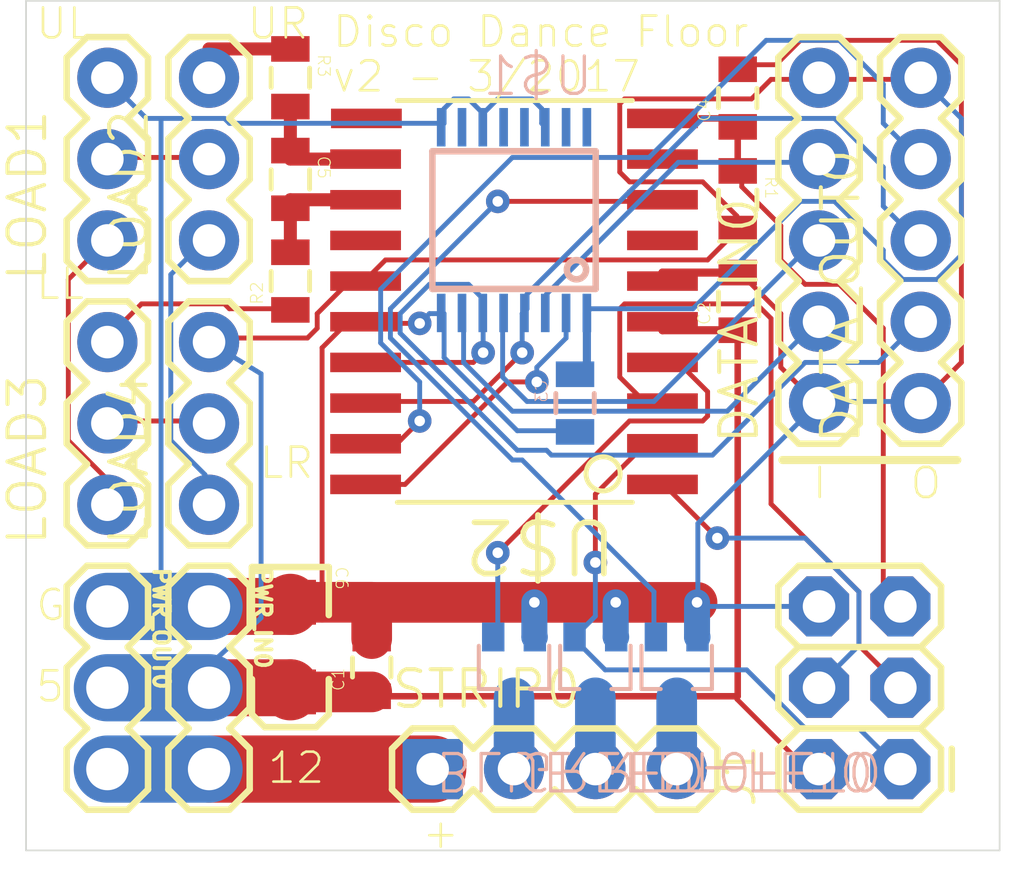
<source format=kicad_pcb>
(kicad_pcb (version 20241229) (generator "pcbnew") (generator_version "9.0")
  (layers (0 "F.Cu" signal) (2 "B.Cu" signal) (13 "F.Paste" user) (15 "B.Paste" user) (5 "F.SilkS" user "F.Silkscreen") (7 "B.SilkS" user "B.Silkscreen") (1 "F.Mask" user) (3 "B.Mask" user) (25 "Edge.Cuts" user))
  (net 0 "")
  (net 1 "R-SINK")
  (net 2 "GND")
  (net 3 "V5")
  (net 4 "N$4")
  (net 5 "N$5")
  (net 6 "N$6")
  (net 7 "V12")
  (net 8 "G-SINK")
  (net 9 "B-SINK")
  (net 10 "MOSI")
  (net 11 "SCK")
  (net 12 "CS")
  (net 13 "MOSI_BUF")
  (net 14 "SCK_BUF")
  (net 15 "CS_BUF")
  (net 16 "MISO")
  (net 17 "N$2")
  (net 18 "N$3")
  (net 19 "N$7")
  (net 20 "N$8")
  (net 21 "_1")
  (net 22 "_2")
  (net 23 "A-")
  (net 24 "A+")
  (net 25 "PRG_MOSI")
  (net 26 "PRG_SCK")
  (net 27 "RESET")
  (footprint "0805" (layer "F.Cu") (at 155.5241 97.9501 -90)
    (property "Reference" "R1" (at -0.762 -0.8255 270) (layer "F.SilkS") (effects (font (size 0.373888 0.373888) (thickness 0.032512)) (justify left bottom)))
    (property "Value" "4K7")
    (pad "1" smd rect (at -0.9 0 270) (size 0.8 1.2) (layers "F.Cu" "F.Mask" "F.Paste") (net 27 "RESET"))
    (pad "2" smd rect (at 0.9 0 270) (size 0.8 1.2) (layers "F.Cu" "F.Mask" "F.Paste") (net 3 "V5"))
  )
  (footprint "EIA3216" (layer "F.Cu") (at 141.5541 111.9201 -90)
    (property "Reference" "C6" (at -2.54 -1.381 270) (layer "F.SilkS") (effects (font (size 0.373888 0.373888) (thickness 0.032512)) (justify left bottom)))
    (property "Value" "10u")
    (pad "A" smd rect (at 1.4 0) (size 1.6 1.4) (layers "F.Cu" "F.Mask" "F.Paste") (net 3 "V5"))
    (pad "C" smd rect (at -1.4 0) (size 1.6 1.4) (layers "F.Cu" "F.Mask" "F.Paste") (net 2 "GND"))
  )
  (footprint "0805" (layer "F.Cu") (at 141.5541 100.4901 90)
    (property "Reference" "R2" (at -0.762 -0.8255 90) (layer "F.SilkS") (effects (font (size 0.373888 0.373888) (thickness 0.032512)) (justify left bottom)))
    (property "Value" "100")
    (pad "1" smd rect (at -0.9 0 90) (size 0.8 1.2) (layers "F.Cu" "F.Mask" "F.Paste") (net 22 "_2"))
    (pad "2" smd rect (at 0.9 0 90) (size 0.8 1.2) (layers "F.Cu" "F.Mask" "F.Paste") (net 24 "A+"))
  )
  (footprint "1X03" (layer "F.Cu") (at 139.0141 99.2201 90)
    (property "Reference" "LOAD2" (at -1.3462 -1.8288 90) (layer "F.SilkS") (effects (font (size 1.143 1.143) (thickness 0.127)) (justify left bottom)))
    (property "Value" "UR")
    (pad "1" thru_hole circle (at 0 0 180) (size 1.8796 1.8796) (drill 1.016) (layers "*.Cu" "*.Mask") (net 18 "N$3"))
    (pad "2" thru_hole circle (at 2.54 0 180) (size 1.8796 1.8796) (drill 1.016) (layers "*.Cu" "*.Mask") (net 19 "N$7"))
    (pad "3" thru_hole circle (at 5.08 0 180) (size 1.8796 1.8796) (drill 1.016) (layers "*.Cu" "*.Mask") (net 21 "_1"))
  )
  (footprint "0805" (layer "F.Cu") (at 141.5541 97.3151 -90)
    (property "Reference" "C5" (at -0.762 -0.8255 270) (layer "F.SilkS") (effects (font (size 0.373888 0.373888) (thickness 0.032512)) (justify left bottom)))
    (property "Value" ".1u")
    (pad "1" smd rect (at -0.9 0 270) (size 0.8 1.2) (layers "F.Cu" "F.Mask" "F.Paste") (net 23 "A-"))
    (pad "2" smd rect (at 0.9 0 270) (size 0.8 1.2) (layers "F.Cu" "F.Mask" "F.Paste") (net 24 "A+"))
  )
  (footprint "2X3" (layer "F.Cu") (at 160.6041 115.7301 90)
    (property "Reference" "J1" (at -1.27 -4.445 90) (layer "F.SilkS") (effects (font (size 1.143 1.143) (thickness 0.127)) (justify left bottom)))
    (property "Value" "AVR_SPI_PRG_6PTH")
    (pad "1" thru_hole roundrect (at 0 0 90) (size 1.8796 1.8796) (drill 1.016) (layers "*.Cu" "*.Mask") (chamfer_ratio 0.2928932188) (chamfer top_left top_right bottom_left bottom_right) (net 8 "G-SINK"))
    (pad "2" thru_hole roundrect (at 0 -2.54 90) (size 1.8796 1.8796) (drill 1.016) (layers "*.Cu" "*.Mask") (chamfer_ratio 0.2928932188) (chamfer top_left top_right bottom_left bottom_right) (net 3 "V5"))
    (pad "3" thru_hole roundrect (at 2.54 0 90) (size 1.8796 1.8796) (drill 1.016) (layers "*.Cu" "*.Mask") (chamfer_ratio 0.2928932188) (chamfer top_left top_right bottom_left bottom_right) (net 26 "PRG_SCK"))
    (pad "4" thru_hole roundrect (at 2.54 -2.54 90) (size 1.8796 1.8796) (drill 1.016) (layers "*.Cu" "*.Mask") (chamfer_ratio 0.2928932188) (chamfer top_left top_right bottom_left bottom_right) (net 25 "PRG_MOSI"))
    (pad "5" thru_hole roundrect (at 5.08 0 90) (size 1.8796 1.8796) (drill 1.016) (layers "*.Cu" "*.Mask") (chamfer_ratio 0.2928932188) (chamfer top_left top_right bottom_left bottom_right) (net 27 "RESET"))
    (pad "6" thru_hole roundrect (at 5.08 -2.54 90) (size 1.8796 1.8796) (drill 1.016) (layers "*.Cu" "*.Mask") (chamfer_ratio 0.2928932188) (chamfer top_left top_right bottom_left bottom_right) (net 2 "GND"))
  )
  (footprint "1X05" (layer "F.Cu") (at 161.2391 104.3001 90)
    (property "Reference" "DATA_OUT0" (at -1.3462 -1.8288 90) (layer "F.SilkS") (effects (font (size 1.143 1.143) (thickness 0.127)) (justify left bottom)))
    (property "Value" "")
    (pad "1" thru_hole circle (at 0 0 180) (size 1.8796 1.8796) (drill 1.016) (layers "*.Cu" "*.Mask") (net 2 "GND"))
    (pad "2" thru_hole circle (at 2.54 0 180) (size 1.8796 1.8796) (drill 1.016) (layers "*.Cu" "*.Mask") (net 15 "CS_BUF"))
    (pad "3" thru_hole circle (at 5.08 0 180) (size 1.8796 1.8796) (drill 1.016) (layers "*.Cu" "*.Mask") (net 14 "SCK_BUF"))
    (pad "4" thru_hole circle (at 7.62 0 180) (size 1.8796 1.8796) (drill 1.016) (layers "*.Cu" "*.Mask") (net 16 "MISO"))
    (pad "5" thru_hole circle (at 10.16 0 180) (size 1.8796 1.8796) (drill 1.016) (layers "*.Cu" "*.Mask") (net 3 "V5"))
  )
  (footprint "0805" (layer "F.Cu") (at 155.5241 101.1251 90)
    (property "Reference" "C2" (at -0.762 -0.8255 90) (layer "F.SilkS") (effects (font (size 0.373888 0.373888) (thickness 0.032512)) (justify left bottom)))
    (property "Value" ".1u")
    (pad "1" smd rect (at -0.9 0 90) (size 0.8 1.2) (layers "F.Cu" "F.Mask" "F.Paste") (net 3 "V5"))
    (pad "2" smd rect (at 0.9 0 90) (size 0.8 1.2) (layers "F.Cu" "F.Mask" "F.Paste") (net 2 "GND"))
  )
  (footprint "1X04" (layer "F.Cu") (at 145.9991 115.7301)
    (property "Reference" "STRIP0" (at -1.3462 -1.8288 0) (layer "F.SilkS") (effects (font (size 1.143 1.143) (thickness 0.127)) (justify left bottom)))
    (property "Value" "")
    (pad "1" thru_hole rect (at 0 0 90) (size 1.8796 1.8796) (drill 1.016) (layers "*.Cu" "*.Mask") (net 7 "V12"))
    (pad "2" thru_hole circle (at 2.54 0 90) (size 1.8796 1.8796) (drill 1.016) (layers "*.Cu" "*.Mask") (net 5 "N$5"))
    (pad "3" thru_hole circle (at 5.08 0 90) (size 1.8796 1.8796) (drill 1.016) (layers "*.Cu" "*.Mask") (net 4 "N$4"))
    (pad "4" thru_hole circle (at 7.62 0 90) (size 1.8796 1.8796) (drill 1.016) (layers "*.Cu" "*.Mask") (net 6 "N$6"))
  )
  (footprint "3X01-18AWG" (layer "F.Cu") (at 135.8391 110.6501 -90)
    (property "Reference" "PWR_OUT0" (at -1.27 -1.397 270) (layer "F.SilkS") (effects (font (size 0.48768 0.48768) (thickness 0.12192)) (justify left bottom)))
    (property "Value" "3X01")
    (pad "1" thru_hole circle (at 0 0) (size 2.032 2.032) (drill 1.3208) (layers "*.Cu" "*.Mask") (net 2 "GND"))
    (pad "2" thru_hole circle (at 2.54 0) (size 2.032 2.032) (drill 1.3208) (layers "*.Cu" "*.Mask") (net 3 "V5"))
    (pad "3" thru_hole circle (at 5.08 0) (size 2.032 2.032) (drill 1.3208) (layers "*.Cu" "*.Mask") (net 7 "V12"))
  )
  (footprint "1X03" (layer "F.Cu") (at 135.8391 99.2201 90)
    (property "Reference" "LOAD1" (at -1.3462 -1.8288 90) (layer "F.SilkS") (effects (font (size 1.143 1.143) (thickness 0.127)) (justify left bottom)))
    (property "Value" "UL")
    (pad "1" thru_hole circle (at 0 0 180) (size 1.8796 1.8796) (drill 1.016) (layers "*.Cu" "*.Mask") (net 17 "N$2"))
    (pad "2" thru_hole circle (at 2.54 0 180) (size 1.8796 1.8796) (drill 1.016) (layers "*.Cu" "*.Mask") (net 19 "N$7"))
    (pad "3" thru_hole circle (at 5.08 0 180) (size 1.8796 1.8796) (drill 1.016) (layers "*.Cu" "*.Mask") (net 2 "GND"))
  )
  (footprint "SO20L$" (layer "F.Cu") (at 148.5391 101.1251 90)
    (property "Reference" "U$2" (at -6.6929 3.302 180) (layer "F.SilkS") (effects (font (size 1.6002 1.6002) (thickness 0.1778)) (justify left bottom)))
    (property "Value" "TINY26S")
    (pad "1" smd rect (at -5.715 4.6355 90) (size 0.6096 2.2098) (layers "F.Cu" "F.Mask" "F.Paste") (net 25 "PRG_MOSI"))
    (pad "2" smd rect (at -4.445 4.6355 90) (size 0.6096 2.2098) (layers "F.Cu" "F.Mask" "F.Paste") (net 8 "G-SINK"))
    (pad "3" smd rect (at -3.175 4.6355 90) (size 0.6096 2.2098) (layers "F.Cu" "F.Mask" "F.Paste") (net 26 "PRG_SCK"))
    (pad "4" smd rect (at -1.905 4.6355 90) (size 0.6096 2.2098) (layers "F.Cu" "F.Mask" "F.Paste") (net 9 "B-SINK"))
    (pad "5" smd rect (at -0.635 4.6355 90) (size 0.6096 2.2098) (layers "F.Cu" "F.Mask" "F.Paste") (net 3 "V5"))
    (pad "6" smd rect (at 0.635 4.6355 90) (size 0.6096 2.2098) (layers "F.Cu" "F.Mask" "F.Paste") (net 2 "GND"))
    (pad "7" smd rect (at 1.905 4.6355 90) (size 0.6096 2.2098) (layers "F.Cu" "F.Mask" "F.Paste"))
    (pad "8" smd rect (at 3.175 4.6355 90) (size 0.6096 2.2098) (layers "F.Cu" "F.Mask" "F.Paste") (net 1 "R-SINK"))
    (pad "9" smd rect (at 4.445 4.6355 90) (size 0.6096 2.2098) (layers "F.Cu" "F.Mask" "F.Paste"))
    (pad "10" smd rect (at 5.715 4.6355 90) (size 0.6096 2.2098) (layers "F.Cu" "F.Mask" "F.Paste") (net 27 "RESET"))
    (pad "11" smd rect (at 5.715 -4.6101 90) (size 0.6096 2.2098) (layers "F.Cu" "F.Mask" "F.Paste"))
    (pad "12" smd rect (at 4.445 -4.6355 90) (size 0.6096 2.2098) (layers "F.Cu" "F.Mask" "F.Paste") (net 23 "A-"))
    (pad "13" smd rect (at 3.175 -4.6355 90) (size 0.6096 2.2098) (layers "F.Cu" "F.Mask" "F.Paste") (net 24 "A+"))
    (pad "14" smd rect (at 1.905 -4.6355 90) (size 0.6096 2.2098) (layers "F.Cu" "F.Mask" "F.Paste"))
    (pad "15" smd rect (at 0.635 -4.6355 90) (size 0.6096 2.2098) (layers "F.Cu" "F.Mask" "F.Paste") (net 3 "V5"))
    (pad "16" smd rect (at -0.635 -4.6355 90) (size 0.6096 2.2098) (layers "F.Cu" "F.Mask" "F.Paste") (net 2 "GND"))
    (pad "17" smd rect (at -1.905 -4.6355 90) (size 0.6096 2.2098) (layers "F.Cu" "F.Mask" "F.Paste") (net 15 "CS_BUF"))
    (pad "18" smd rect (at -3.175 -4.6355 90) (size 0.6096 2.2098) (layers "F.Cu" "F.Mask" "F.Paste") (net 14 "SCK_BUF"))
    (pad "19" smd rect (at -4.445 -4.6355 90) (size 0.6096 2.2098) (layers "F.Cu" "F.Mask" "F.Paste") (net 16 "MISO"))
    (pad "20" smd rect (at -5.715 -4.6355 90) (size 0.6096 2.2098) (layers "F.Cu" "F.Mask" "F.Paste") (net 13 "MOSI_BUF"))
  )
  (footprint "3X01-18AWG" (layer "F.Cu") (at 139.0141 110.6501 -90)
    (property "Reference" "PWR_IN0" (at -1.27 -1.397 270) (layer "F.SilkS") (effects (font (size 0.48768 0.48768) (thickness 0.12192)) (justify left bottom)))
    (property "Value" "3X01")
    (pad "1" thru_hole circle (at 0 0) (size 2.032 2.032) (drill 1.3208) (layers "*.Cu" "*.Mask") (net 2 "GND"))
    (pad "2" thru_hole circle (at 2.54 0) (size 2.032 2.032) (drill 1.3208) (layers "*.Cu" "*.Mask") (net 3 "V5"))
    (pad "3" thru_hole circle (at 5.08 0) (size 2.032 2.032) (drill 1.3208) (layers "*.Cu" "*.Mask") (net 7 "V12"))
  )
  (footprint "0805" (layer "F.Cu") (at 144.0941 112.5551 90)
    (property "Reference" "C1" (at -0.762 -0.8255 90) (layer "F.SilkS") (effects (font (size 0.373888 0.373888) (thickness 0.032512)) (justify left bottom)))
    (property "Value" ".1u")
    (pad "1" smd rect (at -0.9 0 90) (size 0.8 1.2) (layers "F.Cu" "F.Mask" "F.Paste") (net 3 "V5"))
    (pad "2" smd rect (at 0.9 0 90) (size 0.8 1.2) (layers "F.Cu" "F.Mask" "F.Paste") (net 2 "GND"))
  )
  (footprint "0805" (layer "F.Cu") (at 155.5241 94.7751 90)
    (property "Reference" "C4" (at -0.762 -0.8255 90) (layer "F.SilkS") (effects (font (size 0.373888 0.373888) (thickness 0.032512)) (justify left bottom)))
    (property "Value" ".1u")
    (pad "1" smd rect (at -0.9 0 90) (size 0.8 1.2) (layers "F.Cu" "F.Mask" "F.Paste") (net 27 "RESET"))
    (pad "2" smd rect (at 0.9 0 90) (size 0.8 1.2) (layers "F.Cu" "F.Mask" "F.Paste") (net 2 "GND"))
  )
  (footprint "1X03" (layer "F.Cu") (at 139.0141 107.4751 90)
    (property "Reference" "LOAD4" (at -1.3462 -1.8288 90) (layer "F.SilkS") (effects (font (size 1.143 1.143) (thickness 0.127)) (justify left bottom)))
    (property "Value" "LR")
    (pad "1" thru_hole circle (at 0 0 180) (size 1.8796 1.8796) (drill 1.016) (layers "*.Cu" "*.Mask") (net 18 "N$3"))
    (pad "2" thru_hole circle (at 2.54 0 180) (size 1.8796 1.8796) (drill 1.016) (layers "*.Cu" "*.Mask") (net 20 "N$8"))
    (pad "3" thru_hole circle (at 5.08 0 180) (size 1.8796 1.8796) (drill 1.016) (layers "*.Cu" "*.Mask") (net 3 "V5"))
  )
  (footprint "0805" (layer "F.Cu") (at 141.5541 94.1401 -90)
    (property "Reference" "R3" (at -0.762 -0.8255 270) (layer "F.SilkS") (effects (font (size 0.373888 0.373888) (thickness 0.032512)) (justify left bottom)))
    (property "Value" "100")
    (pad "1" smd rect (at -0.9 0 270) (size 0.8 1.2) (layers "F.Cu" "F.Mask" "F.Paste") (net 21 "_1"))
    (pad "2" smd rect (at 0.9 0 270) (size 0.8 1.2) (layers "F.Cu" "F.Mask" "F.Paste") (net 23 "A-"))
  )
  (footprint "1X05" (layer "F.Cu") (at 158.0641 104.3001 90)
    (property "Reference" "DATA_IN0" (at -1.3462 -1.8288 90) (layer "F.SilkS") (effects (font (size 1.143 1.143) (thickness 0.127)) (justify left bottom)))
    (property "Value" "")
    (pad "1" thru_hole circle (at 0 0 180) (size 1.8796 1.8796) (drill 1.016) (layers "*.Cu" "*.Mask") (net 2 "GND"))
    (pad "2" thru_hole circle (at 2.54 0 180) (size 1.8796 1.8796) (drill 1.016) (layers "*.Cu" "*.Mask") (net 12 "CS"))
    (pad "3" thru_hole circle (at 5.08 0 180) (size 1.8796 1.8796) (drill 1.016) (layers "*.Cu" "*.Mask") (net 11 "SCK"))
    (pad "4" thru_hole circle (at 7.62 0 180) (size 1.8796 1.8796) (drill 1.016) (layers "*.Cu" "*.Mask") (net 10 "MOSI"))
    (pad "5" thru_hole circle (at 10.16 0 180) (size 1.8796 1.8796) (drill 1.016) (layers "*.Cu" "*.Mask") (net 3 "V5"))
  )
  (footprint "1X03" (layer "F.Cu") (at 135.8391 107.4751 90)
    (property "Reference" "LOAD3" (at -1.3462 -1.8288 90) (layer "F.SilkS") (effects (font (size 1.143 1.143) (thickness 0.127)) (justify left bottom)))
    (property "Value" "LL")
    (pad "1" thru_hole circle (at 0 0 180) (size 1.8796 1.8796) (drill 1.016) (layers "*.Cu" "*.Mask") (net 17 "N$2"))
    (pad "2" thru_hole circle (at 2.54 0 180) (size 1.8796 1.8796) (drill 1.016) (layers "*.Cu" "*.Mask") (net 20 "N$8"))
    (pad "3" thru_hole circle (at 5.08 0 180) (size 1.8796 1.8796) (drill 1.016) (layers "*.Cu" "*.Mask") (net 22 "_2"))
  )
  (footprint "SOT-323" (layer "B.Cu") (at 153.6191 112.5551)
    (property "Reference" "RED-FET0" (at -2.54 2.54 180) (layer "B.SilkS") (effects (font (size 1.1684 1.1684) (thickness 0.1016)) (justify left bottom mirror)))
    (property "Value" "DMG1012UW")
    (pad "P$1" smd rect (at 0 0.95) (size 0.7 0.9) (layers "B.Cu" "B.Mask" "B.Paste") (net 6 "N$6"))
    (pad "P$2" smd rect (at -0.65 -0.95) (size 0.7 0.9) (layers "B.Cu" "B.Mask" "B.Paste") (net 1 "R-SINK"))
    (pad "P$3" smd rect (at 0.65 -0.95) (size 0.7 0.9) (layers "B.Cu" "B.Mask" "B.Paste") (net 2 "GND"))
  )
  (footprint "TSSOP16.2" (layer "B.Cu") (at 148.5391 98.5851 180)
    (property "Reference" "U$1" (at -2.54 3.81 0) (layer "B.SilkS") (effects (font (size 1.1684 1.1684) (thickness 0.1016)) (justify left bottom mirror)))
    (property "Value" "74HC4050PW")
    (pad "1" smd rect (at -2.275 -2.9 90) (size 1.2 0.27) (layers "B.Cu" "B.Mask" "B.Paste") (net 3 "V5"))
    (pad "2" smd rect (at -1.625 -2.9 180) (size 0.27 1.2) (layers "B.Cu" "B.Mask" "B.Paste") (net 13 "MOSI_BUF"))
    (pad "3" smd rect (at -0.975 -2.9 180) (size 0.27 1.2) (layers "B.Cu" "B.Mask" "B.Paste") (net 10 "MOSI"))
    (pad "4" smd rect (at -0.325 -2.9 180) (size 0.27 1.2) (layers "B.Cu" "B.Mask" "B.Paste") (net 14 "SCK_BUF"))
    (pad "5" smd rect (at 0.325 -2.9 180) (size 0.27 1.2) (layers "B.Cu" "B.Mask" "B.Paste") (net 11 "SCK"))
    (pad "6" smd rect (at 0.975 -2.9 180) (size 0.27 1.2) (layers "B.Cu" "B.Mask" "B.Paste") (net 15 "CS_BUF"))
    (pad "7" smd rect (at 1.625 -2.9 180) (size 0.27 1.2) (layers "B.Cu" "B.Mask" "B.Paste") (net 12 "CS"))
    (pad "8" smd rect (at 2.275 -2.9 90) (size 1.2 0.27) (layers "B.Cu" "B.Mask" "B.Paste") (net 2 "GND"))
    (pad "9" smd rect (at 2.275 2.9 90) (size 1.2 0.27) (layers "B.Cu" "B.Mask" "B.Paste") (net 2 "GND"))
    (pad "10" smd rect (at 1.625 2.9) (size 0.27 1.2) (layers "B.Cu" "B.Mask" "B.Paste"))
    (pad "11" smd rect (at 0.975 2.9) (size 0.27 1.2) (layers "B.Cu" "B.Mask" "B.Paste") (net 2 "GND"))
    (pad "12" smd rect (at 0.325 2.9) (size 0.27 1.2) (layers "B.Cu" "B.Mask" "B.Paste"))
    (pad "13" smd rect (at -0.325 2.9) (size 0.27 1.2) (layers "B.Cu" "B.Mask" "B.Paste"))
    (pad "14" smd rect (at -0.975 2.9) (size 0.27 1.2) (layers "B.Cu" "B.Mask" "B.Paste") (net 2 "GND"))
    (pad "15" smd rect (at -1.625 2.9) (size 0.27 1.2) (layers "B.Cu" "B.Mask" "B.Paste"))
    (pad "16" smd rect (at -2.275 2.9 90) (size 1.2 0.27) (layers "B.Cu" "B.Mask" "B.Paste"))
  )
  (footprint "SOT-323" (layer "B.Cu") (at 148.5391 112.5551)
    (property "Reference" "BLUE-FET0" (at -2.54 2.54 180) (layer "B.SilkS") (effects (font (size 1.1684 1.1684) (thickness 0.1016)) (justify left bottom mirror)))
    (property "Value" "DMG1012UW")
    (pad "P$1" smd rect (at 0 0.95) (size 0.7 0.9) (layers "B.Cu" "B.Mask" "B.Paste") (net 5 "N$5"))
    (pad "P$2" smd rect (at -0.65 -0.95) (size 0.7 0.9) (layers "B.Cu" "B.Mask" "B.Paste") (net 9 "B-SINK"))
    (pad "P$3" smd rect (at 0.65 -0.95) (size 0.7 0.9) (layers "B.Cu" "B.Mask" "B.Paste") (net 2 "GND"))
  )
  (footprint "SOT-323" (layer "B.Cu") (at 151.0791 112.5551)
    (property "Reference" "GREEN-FET0" (at -2.54 2.54 180) (layer "B.SilkS") (effects (font (size 1.1684 1.1684) (thickness 0.1016)) (justify left bottom mirror)))
    (property "Value" "DMG1012UW")
    (pad "P$1" smd rect (at 0 0.95) (size 0.7 0.9) (layers "B.Cu" "B.Mask" "B.Paste") (net 4 "N$4"))
    (pad "P$2" smd rect (at -0.65 -0.95) (size 0.7 0.9) (layers "B.Cu" "B.Mask" "B.Paste") (net 8 "G-SINK"))
    (pad "P$3" smd rect (at 0.65 -0.95) (size 0.7 0.9) (layers "B.Cu" "B.Mask" "B.Paste") (net 2 "GND"))
  )
  (footprint "0805" (layer "B.Cu") (at 150.4441 104.3001 -90)
    (property "Reference" "C3" (at -0.762 0.8255 90) (layer "B.SilkS") (effects (font (size 0.373888 0.373888) (thickness 0.032512)) (justify left bottom mirror)))
    (property "Value" ".1u")
    (pad "1" smd rect (at -0.9 0 270) (size 0.8 1.2) (layers "B.Cu" "B.Mask" "B.Paste") (net 3 "V5"))
    (pad "2" smd rect (at 0.9 0 270) (size 0.8 1.2) (layers "B.Cu" "B.Mask" "B.Paste") (net 2 "GND"))
  )
  (gr_line (start 156.9211 106.0781) (end 162.3821 106.0781) (stroke (width 0.254)) (layer "F.SilkS"))
  (gr_line (start 133.2991 91.7371) (end 133.2991 118.2701) (stroke (width 0.05)) (layer "Edge.Cuts"))
  (gr_line (start 133.2991 118.2701) (end 163.7031 118.2701) (stroke (width 0.05)) (layer "Edge.Cuts"))
  (gr_line (start 163.7031 91.7371) (end 133.2991 91.7371) (stroke (width 0.05)) (layer "Edge.Cuts"))
  (gr_line (start 163.7031 118.2701) (end 163.7031 91.7371) (stroke (width 0.05)) (layer "Edge.Cuts"))
  (gr_text "5" (at 133.5531 113.6981 0) (layer "F.SilkS") (effects (font (size 0.93472 0.93472) (thickness 0.08128)) (justify left bottom)))
  (gr_text "G" (at 133.5531 111.1581 0) (layer "F.SilkS") (effects (font (size 0.93472 0.93472) (thickness 0.08128)) (justify left bottom)))
  (gr_text "v2 - 3/2017" (at 142.8241 94.6481 0) (layer "F.SilkS") (effects (font (size 0.93472 0.93472) (thickness 0.08128)) (justify left bottom)))
  (gr_text "LL" (at 133.5531 101.1251 0) (layer "F.SilkS") (effects (font (size 0.93472 0.93472) (thickness 0.08128)) (justify left bottom)))
  (gr_text "Disco Dance Floor" (at 142.8241 93.2511 0) (layer "F.SilkS") (effects (font (size 0.93472 0.93472) (thickness 0.08128)) (justify left bottom)))
  (gr_text "UL" (at 133.5531 92.9971 0) (layer "F.SilkS") (effects (font (size 0.93472 0.93472) (thickness 0.08128)) (justify left bottom)))
  (gr_text "12" (at 140.7921 116.2381 0) (layer "F.SilkS") (effects (font (size 0.93472 0.93472) (thickness 0.08128)) (justify left bottom)))
  (gr_text "LR" (at 140.5381 106.7131 0) (layer "F.SilkS") (effects (font (size 0.93472 0.93472) (thickness 0.08128)) (justify left bottom)))
  (gr_text "UR" (at 140.1571 92.9971 0) (layer "F.SilkS") (effects (font (size 0.93472 0.93472) (thickness 0.08128)) (justify left bottom)))
  (gr_text "I" (at 157.8101 107.3481 0) (layer "F.SilkS") (effects (font (size 0.93472 0.93472) (thickness 0.08128)) (justify left bottom)))
  (gr_text "O" (at 160.8581 107.3481 0) (layer "F.SilkS") (effects (font (size 0.93472 0.93472) (thickness 0.08128)) (justify left bottom)))
  (gr_text "+" (at 145.6181 118.2701 0) (layer "F.SilkS") (effects (font (size 0.93472 0.93472) (thickness 0.08128)) (justify left bottom)))
  (segment (start 153.0603 98.0009) (end 148.0311 98.0009) (width 0.1524) (layer "F.Cu") (net 1))
  (segment (start 153.0603 98.0009) (end 153.1746 97.9501) (width 0.1524) (layer "F.Cu") (net 1))
  (via (at 148.0311 98.0009) (size 0.7366) (drill 0.3302) (layers "F.Cu" "B.Cu") (net 1))
  (segment (start 148.4883 106.0781) (end 148.7931 106.0781) (width 0.1524) (layer "B.Cu") (net 1))
  (segment (start 152.9079 111.5645) (end 152.9691 111.6051) (width 0.1524) (layer "B.Cu") (net 1))
  (segment (start 148.7931 106.0781) (end 152.9079 110.1929) (width 0.1524) (layer "B.Cu") (net 1))
  (segment (start 148.0311 98.0009) (end 144.6783 101.3537) (width 0.1524) (layer "B.Cu") (net 1))
  (segment (start 152.9079 110.1929) (end 152.9079 111.5645) (width 0.1524) (layer "B.Cu") (net 1))
  (segment (start 144.6783 102.2681) (end 148.4883 106.0781) (width 0.1524) (layer "B.Cu") (net 1))
  (segment (start 144.6783 101.3537) (end 144.6783 102.2681) (width 0.1524) (layer "B.Cu") (net 1))
  (segment (start 143.9163 101.8109) (end 143.9036 101.7601) (width 0.1524) (layer "F.Cu") (net 2))
  (segment (start 144.0941 110.5231) (end 149.1741 110.5231) (width 1.27) (layer "F.Cu") (net 2))
  (segment (start 144.0941 110.6501) (end 144.0941 110.5231) (width 0.2032) (layer "F.Cu") (net 2))
  (segment (start 157.9371 104.2493) (end 158.0641 104.3001) (width 0.1524) (layer "F.Cu") (net 2))
  (segment (start 155.5241 100.2251) (end 153.1746 100.2251) (width 0.254) (layer "F.Cu") (net 2))
  (segment (start 143.3067 101.8109) (end 143.7639 101.8109) (width 0.1524) (layer "F.Cu") (net 2))
  (segment (start 156.7179 93.7337) (end 155.6511 93.7337) (width 0.1524) (layer "F.Cu") (net 2))
  (segment (start 161.2391 104.3001) (end 162.5091 103.0301) (width 0.1524) (layer "F.Cu") (net 2))
  (segment (start 141.5541 110.5201) (end 142.5447 110.5201) (width 1.27) (layer "F.Cu") (net 2))
  (segment (start 155.6511 93.7337) (end 155.5241 93.8751) (width 0.1524) (layer "F.Cu") (net 2))
  (segment (start 156.8703 103.1825) (end 156.8703 101.5061) (width 0.1524) (layer "F.Cu") (net 2))
  (segment (start 141.5541 110.6501) (end 141.5541 110.5201) (width 1.778) (layer "F.Cu") (net 2))
  (segment (start 142.5447 110.5201) (end 144.0941 110.5201) (width 1.27) (layer "F.Cu") (net 2))
  (segment (start 156.8703 101.5061) (end 155.6511 100.2869) (width 0.1524) (layer "F.Cu") (net 2))
  (segment (start 155.6511 100.2869) (end 155.5241 100.2251) (width 0.1524) (layer "F.Cu") (net 2))
  (segment (start 142.5447 110.5201) (end 142.5447 102.5729) (width 0.1524) (layer "F.Cu") (net 2))
  (segment (start 144.0941 110.6501) (end 144.0941 111.6551) (width 1.27) (layer "F.Cu") (net 2))
  (segment (start 162.5091 93.7337) (end 161.7471 92.9717) (width 0.1524) (layer "F.Cu") (net 2))
  (segment (start 149.1741 110.5231) (end 151.7141 110.5231) (width 1.27) (layer "F.Cu") (net 2))
  (segment (start 143.9163 101.8109) (end 145.5927 101.8109) (width 0.1524) (layer "F.Cu") (net 2))
  (segment (start 153.1746 100.2251) (end 153.1746 100.4901) (width 0.254) (layer "F.Cu") (net 2))
  (segment (start 157.4799 92.9717) (end 156.7179 93.7337) (width 0.1524) (layer "F.Cu") (net 2))
  (segment (start 151.7141 110.5231) (end 154.2541 110.5231) (width 1.27) (layer "F.Cu") (net 2))
  (segment (start 157.9371 104.2493) (end 156.8703 103.1825) (width 0.1524) (layer "F.Cu") (net 2))
  (segment (start 161.7471 92.9717) (end 157.4799 92.9717) (width 0.1524) (layer "F.Cu") (net 2))
  (segment (start 162.5091 103.0301) (end 162.5091 93.7337) (width 0.1524) (layer "F.Cu") (net 2))
  (segment (start 139.0141 110.6501) (end 141.5541 110.6501) (width 1.778) (layer "F.Cu") (net 2))
  (segment (start 144.0941 110.5201) (end 144.0941 110.5231) (width 0.2032) (layer "F.Cu") (net 2))
  (segment (start 143.7639 101.8109) (end 143.9036 101.7601) (width 0.1524) (layer "F.Cu") (net 2))
  (segment (start 142.5447 102.5729) (end 143.3067 101.8109) (width 0.1524) (layer "F.Cu") (net 2))
  (via (at 145.5927 101.8109) (size 0.7366) (drill 0.3302) (layers "F.Cu" "B.Cu") (net 2))
  (via (at 149.1741 110.5231) (size 0.7366) (drill 0.3302) (layers "F.Cu" "B.Cu") (net 2))
  (via (at 154.2541 110.5231) (size 0.7366) (drill 0.3302) (layers "F.Cu" "B.Cu") (net 2))
  (via (at 151.7141 110.5231) (size 0.7366) (drill 0.3302) (layers "F.Cu" "B.Cu") (net 2))
  (segment (start 148.0311 94.8005) (end 149.0979 94.8005) (width 0.1524) (layer "B.Cu") (net 2))
  (segment (start 147.5739 95.2577) (end 148.0311 94.8005) (width 0.1524) (layer "B.Cu") (net 2))
  (segment (start 154.2691 111.6051) (end 154.2541 111.6051) (width 0.8128) (layer "B.Cu") (net 2))
  (segment (start 146.2023 95.5625) (end 146.2641 95.6851) (width 0.1524) (layer "B.Cu") (net 2))
  (segment (start 137.5155 110.6501) (end 139.0141 110.6501) (width 2.1) (layer "B.Cu") (net 2))
  (segment (start 147.1167 94.8005) (end 146.6595 94.8005) (width 0.1524) (layer "B.Cu") (net 2))
  (segment (start 157.9371 104.4017) (end 158.0641 104.3001) (width 0.1524) (layer "B.Cu") (net 2))
  (segment (start 147.5739 95.2577) (end 147.5641 95.6851) (width 0.1524) (layer "B.Cu") (net 2))
  (segment (start 135.8391 94.1909) (end 137.0583 95.4101) (width 0.1524) (layer "B.Cu") (net 2))
  (segment (start 146.3547 101.5061) (end 146.2641 101.4851) (width 0.1524) (layer "B.Cu") (net 2))
  (segment (start 154.2541 111.6051) (end 154.2541 110.5231) (width 0.8128) (layer "B.Cu") (net 2))
  (segment (start 139.4967 95.4101) (end 139.6491 95.5625) (width 0.1524) (layer "B.Cu") (net 2))
  (segment (start 154.5843 110.6501) (end 158.0641 110.6501) (width 0.1524) (layer "B.Cu") (net 2))
  (segment (start 161.1375 104.2493) (end 161.2391 104.3001) (width 0.1524) (layer "B.Cu") (net 2))
  (segment (start 148.6407 105.1637) (end 150.3171 105.1637) (width 0.1524) (layer "B.Cu") (net 2))
  (segment (start 139.8015 110.9549) (end 139.0141 110.6501) (width 0.1524) (layer "B.Cu") (net 2))
  (segment (start 154.2795 110.1929) (end 154.2541 110.5231) (width 0.1524) (layer "B.Cu") (net 2))
  (segment (start 151.7291 111.6051) (end 151.7141 111.6051) (width 0.8128) (layer "B.Cu") (net 2))
  (segment (start 137.5155 110.6501) (end 137.5155 95.4101) (width 0.1524) (layer "B.Cu") (net 2))
  (segment (start 154.2795 108.0593) (end 157.9371 104.4017) (width 0.1524) (layer "B.Cu") (net 2))
  (segment (start 154.2795 110.1929) (end 154.2795 108.0593) (width 0.1524) (layer "B.Cu") (net 2))
  (segment (start 147.5739 95.5625) (end 147.5641 95.6851) (width 0.1524) (layer "B.Cu") (net 2))
  (segment (start 149.4027 95.5625) (end 149.5141 95.6851) (width 0.1524) (layer "B.Cu") (net 2))
  (segment (start 161.1375 104.2493) (end 158.0895 104.2493) (width 0.1524) (layer "B.Cu") (net 2))
  (segment (start 135.8391 110.6501) (end 137.5155 110.6501) (width 2.1) (layer "B.Cu") (net 2))
  (segment (start 146.3547 101.5061) (end 146.3547 102.8777) (width 0.1524) (layer "B.Cu") (net 2))
  (segment (start 147.5739 95.5625) (end 147.5739 95.2577) (width 0.1524) (layer "B.Cu") (net 2))
  (segment (start 146.3547 102.8777) (end 148.6407 105.1637) (width 0.1524) (layer "B.Cu") (net 2))
  (segment (start 145.8975 101.5061) (end 146.2023 101.5061) (width 0.1524) (layer "B.Cu") (net 2))
  (segment (start 149.4027 95.1053) (end 149.4027 95.5625) (width 0.1524) (layer "B.Cu") (net 2))
  (segment (start 146.3547 95.5625) (end 146.2641 95.6851) (width 0.1524) (layer "B.Cu") (net 2))
  (segment (start 149.1891 111.6051) (end 149.1741 111.6051) (width 0.8128) (layer "B.Cu") (net 2))
  (segment (start 150.3171 105.1637) (end 150.4441 105.2001) (width 0.1524) (layer "B.Cu") (net 2))
  (segment (start 146.2023 101.5061) (end 146.2641 101.4851) (width 0.1524) (layer "B.Cu") (net 2))
  (segment (start 135.8391 94.1909) (end 135.8391 94.1401) (width 0.1524) (layer "B.Cu") (net 2))
  (segment (start 139.6491 95.5625) (end 146.2023 95.5625) (width 0.1524) (layer "B.Cu") (net 2))
  (segment (start 145.5927 101.8109) (end 145.8975 101.5061) (width 0.1524) (layer "B.Cu") (net 2))
  (segment (start 146.6595 94.8005) (end 146.3547 95.1053) (width 0.1524) (layer "B.Cu") (net 2))
  (segment (start 147.5739 95.2577) (end 147.1167 94.8005) (width 0.1524) (layer "B.Cu") (net 2))
  (segment (start 149.0979 94.8005) (end 149.4027 95.1053) (width 0.1524) (layer "B.Cu") (net 2))
  (segment (start 149.1741 111.6051) (end 149.1741 110.5231) (width 0.8128) (layer "B.Cu") (net 2))
  (segment (start 158.0895 104.2493) (end 158.0641 104.3001) (width 0.1524) (layer "B.Cu") (net 2))
  (segment (start 154.5843 110.6501) (end 154.2541 110.5231) (width 0.1524) (layer "B.Cu") (net 2))
  (segment (start 137.0583 95.4101) (end 137.5155 95.4101) (width 0.1524) (layer "B.Cu") (net 2))
  (segment (start 151.7141 111.6051) (end 151.7141 110.5231) (width 0.8128) (layer "B.Cu") (net 2))
  (segment (start 146.3547 95.1053) (end 146.3547 95.5625) (width 0.1524) (layer "B.Cu") (net 2))
  (segment (start 137.5155 95.4101) (end 139.4967 95.4101) (width 0.1524) (layer "B.Cu") (net 2))
  (segment (start 155.4987 98.7629) (end 155.5241 98.8501) (width 0.1524) (layer "F.Cu") (net 3))
  (segment (start 151.9935 94.8005) (end 155.9559 94.8005) (width 0.1524) (layer "F.Cu") (net 3))
  (segment (start 156.5655 94.1909) (end 157.9371 94.1909) (width 0.1524) (layer "F.Cu") (net 3))
  (segment (start 142.0875 102.2681) (end 142.3923 101.9633) (width 0.1524) (layer "F.Cu") (net 3))
  (segment (start 155.4987 113.5457) (end 155.4987 113.4551) (width 0.1524) (layer "F.Cu") (net 3))
  (segment (start 157.9371 94.1909) (end 158.0641 94.1401) (width 0.1524) (layer "F.Cu") (net 3))
  (segment (start 155.4987 113.5457) (end 157.6323 115.6793) (width 0.1524) (layer "F.Cu") (net 3))
  (segment (start 155.4987 98.9153) (end 155.5241 98.8501) (width 0.1524) (layer "F.Cu") (net 3))
  (segment (start 155.4987 113.4551) (end 155.5241 113.4551) (width 0.2032) (layer "F.Cu") (net 3))
  (segment (start 141.5541 113.3201) (end 144.0941 113.3201) (width 1.27) (layer "F.Cu") (net 3))
  (segment (start 144.0941 113.4551) (end 155.4987 113.4551) (width 0.2032) (layer "F.Cu") (net 3))
  (segment (start 157.6323 115.6793) (end 157.9371 115.6793) (width 0.1524) (layer "F.Cu") (net 3))
  (segment (start 161.1375 94.1909) (end 158.0895 94.1909) (width 0.1524) (layer "F.Cu") (net 3))
  (segment (start 151.8411 97.0865) (end 151.8411 94.9529) (width 0.1524) (layer "F.Cu") (net 3))
  (segment (start 139.0395 102.2681) (end 142.0875 102.2681) (width 0.1524) (layer "F.Cu") (net 3))
  (segment (start 158.0895 94.1909) (end 158.0641 94.1401) (width 0.1524) (layer "F.Cu") (net 3))
  (segment (start 155.4987 98.7629) (end 155.4987 98.4581) (width 0.1524) (layer "F.Cu") (net 3))
  (segment (start 141.5541 113.1901) (end 141.5541 113.3201) (width 1.778) (layer "F.Cu") (net 3))
  (segment (start 144.0941 113.3201) (end 144.0941 113.4551) (width 0.4064) (layer "F.Cu") (net 3))
  (segment (start 143.7639 100.5917) (end 143.9036 100.4901) (width 0.1524) (layer "F.Cu") (net 3))
  (segment (start 154.4319 97.3913) (end 152.1459 97.3913) (width 0.1524) (layer "F.Cu") (net 3))
  (segment (start 155.5241 113.4551) (end 155.5241 102.0251) (width 0.2032) (layer "F.Cu") (net 3))
  (segment (start 155.9559 94.8005) (end 156.5655 94.1909) (width 0.1524) (layer "F.Cu") (net 3))
  (segment (start 153.1746 102.0251) (end 153.1746 101.7601) (width 0.254) (layer "F.Cu") (net 3))
  (segment (start 155.5241 102.0251) (end 153.1746 102.0251) (width 0.254) (layer "F.Cu") (net 3))
  (segment (start 152.1459 97.3913) (end 151.8411 97.0865) (width 0.1524) (layer "F.Cu") (net 3))
  (segment (start 139.0395 102.2681) (end 139.0141 102.3951) (width 0.1524) (layer "F.Cu") (net 3))
  (segment (start 157.9371 115.6793) (end 158.0641 115.7301) (width 0.1524) (layer "F.Cu") (net 3))
  (segment (start 142.3923 101.9633) (end 142.3923 101.5061) (width 0.1524) (layer "F.Cu") (net 3))
  (segment (start 155.4987 98.4581) (end 154.4319 97.3913) (width 0.1524) (layer "F.Cu") (net 3))
  (segment (start 143.9163 100.4393) (end 144.5259 99.8297) (width 0.1524) (layer "F.Cu") (net 3))
  (segment (start 143.3067 100.5917) (end 143.7639 100.5917) (width 0.1524) (layer "F.Cu") (net 3))
  (segment (start 139.0141 113.1901) (end 141.5541 113.1901) (width 1.778) (layer "F.Cu") (net 3))
  (segment (start 151.8411 94.9529) (end 151.9935 94.8005) (width 0.1524) (layer "F.Cu") (net 3))
  (segment (start 154.5843 99.8297) (end 155.4987 98.9153) (width 0.1524) (layer "F.Cu") (net 3))
  (segment (start 143.9163 100.4393) (end 143.9036 100.4901) (width 0.1524) (layer "F.Cu") (net 3))
  (segment (start 144.5259 99.8297) (end 154.5843 99.8297) (width 0.1524) (layer "F.Cu") (net 3))
  (segment (start 161.1375 94.1909) (end 161.2391 94.1401) (width 0.1524) (layer "F.Cu") (net 3))
  (segment (start 142.3923 101.5061) (end 143.3067 100.5917) (width 0.1524) (layer "F.Cu") (net 3))
  (segment (start 157.4799 98.0009) (end 154.1271 101.3537) (width 0.1524) (layer "B.Cu") (net 3))
  (segment (start 162.5091 99.6773) (end 161.7471 100.4393) (width 0.1524) (layer "B.Cu") (net 3))
  (segment (start 161.2391 94.1401) (end 162.5091 95.4101) (width 0.1524) (layer "B.Cu") (net 3))
  (segment (start 161.7471 100.4393) (end 160.6803 100.4393) (width 0.1524) (layer "B.Cu") (net 3))
  (segment (start 160.0707 99.5249) (end 158.5467 98.0009) (width 0.1524) (layer "B.Cu") (net 3))
  (segment (start 160.6803 100.4393) (end 160.0707 99.8297) (width 0.1524) (layer "B.Cu") (net 3))
  (segment (start 140.6397 111.0057) (end 139.1919 112.3265) (width 0.1524) (layer "B.Cu") (net 3))
  (segment (start 135.8391 113.1901) (end 139.0141 113.1901) (width 2.1) (layer "B.Cu") (net 3))
  (segment (start 139.1919 112.3265) (end 139.0141 113.1901) (width 0.1524) (layer "B.Cu") (net 3))
  (segment (start 160.0707 99.8297) (end 160.0707 99.5249) (width 0.1524) (layer "B.Cu") (net 3))
  (segment (start 154.1271 101.3537) (end 150.9267 101.3537) (width 0.1524) (layer "B.Cu") (net 3))
  (segment (start 140.6397 103.3857) (end 140.6397 111.0057) (width 0.1524) (layer "B.Cu") (net 3))
  (segment (start 150.4441 103.4001) (end 150.8141 103.4001) (width 0.254) (layer "B.Cu") (net 3))
  (segment (start 150.8141 103.4001) (end 150.8141 101.4851) (width 0.254) (layer "B.Cu") (net 3))
  (segment (start 162.5091 95.4101) (end 162.5091 99.6773) (width 0.1524) (layer "B.Cu") (net 3))
  (segment (start 139.0141 102.3951) (end 140.6397 103.3857) (width 0.1524) (layer "B.Cu") (net 3))
  (segment (start 150.9267 101.3537) (end 150.8141 101.4851) (width 0.1524) (layer "B.Cu") (net 3))
  (segment (start 158.5467 98.0009) (end 157.4799 98.0009) (width 0.1524) (layer "B.Cu") (net 3))
  (segment (start 151.0791 113.5051) (end 151.0791 115.7301) (width 1.27) (layer "B.Cu") (net 4))
  (segment (start 148.5391 113.5051) (end 148.5391 115.7301) (width 1.27) (layer "B.Cu") (net 5))
  (segment (start 153.6191 113.5051) (end 153.6191 115.7301) (width 1.27) (layer "B.Cu") (net 6))
  (segment (start 139.0141 115.7301) (end 145.9991 115.7301) (width 2.1) (layer "F.Cu") (net 7))
  (segment (start 135.8391 115.7301) (end 139.0141 115.7301) (width 2.1) (layer "B.Cu") (net 7))
  (segment (start 151.0791 109.2785) (end 151.0791 107.1449) (width 0.1524) (layer "F.Cu") (net 8))
  (segment (start 153.0603 105.6209) (end 153.1746 105.5701) (width 0.1524) (layer "F.Cu") (net 8))
  (segment (start 151.0791 107.1449) (end 152.6031 105.6209) (width 0.1524) (layer "F.Cu") (net 8))
  (segment (start 152.6031 105.6209) (end 153.0603 105.6209) (width 0.1524) (layer "F.Cu") (net 8))
  (via (at 151.0791 109.2785) (size 0.7366) (drill 0.3302) (layers "F.Cu" "B.Cu") (net 8))
  (segment (start 155.8035 112.6313) (end 151.3839 112.6313) (width 0.1524) (layer "B.Cu") (net 8))
  (segment (start 160.5279 115.6793) (end 160.6041 115.7301) (width 0.1524) (layer "B.Cu") (net 8))
  (segment (start 150.4695 111.5645) (end 151.0791 110.9549) (width 0.1524) (layer "B.Cu") (net 8))
  (segment (start 151.3839 112.6313) (end 150.4695 111.7169) (width 0.1524) (layer "B.Cu") (net 8))
  (segment (start 160.5279 115.6793) (end 159.3087 114.4601) (width 0.1524) (layer "B.Cu") (net 8))
  (segment (start 150.4695 111.5645) (end 150.4291 111.6051) (width 0.1524) (layer "B.Cu") (net 8))
  (segment (start 157.6323 114.4601) (end 155.8035 112.6313) (width 0.1524) (layer "B.Cu") (net 8))
  (segment (start 150.4695 111.7169) (end 150.4291 111.6051) (width 0.1524) (layer "B.Cu") (net 8))
  (segment (start 159.3087 114.4601) (end 157.6323 114.4601) (width 0.1524) (layer "B.Cu") (net 8))
  (segment (start 151.0791 110.9549) (end 151.0791 109.2785) (width 0.1524) (layer "B.Cu") (net 8))
  (segment (start 154.4319 104.8589) (end 152.1459 104.8589) (width 0.1524) (layer "F.Cu") (net 9))
  (segment (start 153.1746 103.0301) (end 153.6699 103.0301) (width 0.1524) (layer "F.Cu") (net 9))
  (segment (start 152.1459 104.8589) (end 148.0311 108.9737) (width 0.1524) (layer "F.Cu") (net 9))
  (segment (start 153.6699 103.0301) (end 154.5843 103.9445) (width 0.1524) (layer "F.Cu") (net 9))
  (segment (start 154.5843 104.7065) (end 154.4319 104.8589) (width 0.1524) (layer "F.Cu") (net 9))
  (segment (start 154.5843 103.9445) (end 154.5843 104.7065) (width 0.1524) (layer "F.Cu") (net 9))
  (via (at 148.0311 108.9737) (size 0.7366) (drill 0.3302) (layers "F.Cu" "B.Cu") (net 9))
  (segment (start 148.0311 111.5645) (end 147.8891 111.6051) (width 0.1524) (layer "B.Cu") (net 9))
  (segment (start 148.0311 108.9737) (end 148.0311 111.5645) (width 0.1524) (layer "B.Cu") (net 9))
  (segment (start 157.9371 96.7817) (end 158.0641 96.6801) (width 0.1524) (layer "B.Cu") (net 10))
  (segment (start 149.5551 101.3537) (end 149.5141 101.4851) (width 0.1524) (layer "B.Cu") (net 10))
  (segment (start 149.5551 100.8965) (end 149.5551 101.3537) (width 0.1524) (layer "B.Cu") (net 10))
  (segment (start 153.6699 96.7817) (end 149.5551 100.8965) (width 0.1524) (layer "B.Cu") (net 10))
  (segment (start 157.9371 96.7817) (end 153.6699 96.7817) (width 0.1524) (layer "B.Cu") (net 10))
  (segment (start 157.9371 99.2201) (end 152.9079 104.2493) (width 0.1524) (layer "B.Cu") (net 11))
  (segment (start 148.1835 101.5061) (end 148.2141 101.4851) (width 0.1524) (layer "B.Cu") (net 11))
  (segment (start 152.9079 104.2493) (end 148.9455 104.2493) (width 0.1524) (layer "B.Cu") (net 11))
  (segment (start 157.9371 99.2201) (end 158.0641 99.2201) (width 0.1524) (layer "B.Cu") (net 11))
  (segment (start 148.1835 103.4873) (end 148.1835 101.5061) (width 0.1524) (layer "B.Cu") (net 11))
  (segment (start 148.9455 104.2493) (end 148.1835 103.4873) (width 0.1524) (layer "B.Cu") (net 11))
  (segment (start 157.9371 101.8109) (end 158.0641 101.7601) (width 0.1524) (layer "B.Cu") (net 12))
  (segment (start 155.1939 104.5541) (end 148.4883 104.5541) (width 0.1524) (layer "B.Cu") (net 12))
  (segment (start 157.9371 101.8109) (end 155.1939 104.5541) (width 0.1524) (layer "B.Cu") (net 12))
  (segment (start 148.4883 104.5541) (end 146.9643 103.0301) (width 0.1524) (layer "B.Cu") (net 12))
  (segment (start 146.9643 103.0301) (end 146.9643 101.5061) (width 0.1524) (layer "B.Cu") (net 12))
  (segment (start 146.9643 101.5061) (end 146.9141 101.4851) (width 0.1524) (layer "B.Cu") (net 12))
  (segment (start 145.1355 106.8401) (end 148.3359 103.6397) (width 0.1524) (layer "F.Cu") (net 13))
  (segment (start 143.9036 106.8401) (end 145.1355 106.8401) (width 0.1524) (layer "F.Cu") (net 13))
  (segment (start 148.3359 103.6397) (end 149.2503 103.6397) (width 0.1524) (layer "F.Cu") (net 13))
  (via (at 149.2503 103.6397) (size 0.7366) (drill 0.3302) (layers "F.Cu" "B.Cu") (net 13))
  (segment (start 150.1647 102.2681) (end 150.1647 101.5061) (width 0.1524) (layer "B.Cu") (net 13))
  (segment (start 149.2503 103.6397) (end 149.2503 103.1825) (width 0.1524) (layer "B.Cu") (net 13))
  (segment (start 149.2503 103.1825) (end 150.1647 102.2681) (width 0.1524) (layer "B.Cu") (net 13))
  (segment (start 150.1647 101.5061) (end 150.1641 101.4851) (width 0.1524) (layer "B.Cu") (net 13))
  (segment (start 143.9163 104.2493) (end 143.9036 104.3001) (width 0.1524) (layer "F.Cu") (net 14))
  (segment (start 148.7931 102.7253) (end 147.2691 104.2493) (width 0.1524) (layer "F.Cu") (net 14))
  (segment (start 147.2691 104.2493) (end 143.9163 104.2493) (width 0.1524) (layer "F.Cu") (net 14))
  (via (at 148.7931 102.7253) (size 0.7366) (drill 0.3302) (layers "F.Cu" "B.Cu") (net 14))
  (segment (start 160.0707 96.9341) (end 158.5467 95.4101) (width 0.1524) (layer "B.Cu") (net 14))
  (segment (start 148.7931 101.5061) (end 148.8641 101.4851) (width 0.1524) (layer "B.Cu") (net 14))
  (segment (start 158.5467 95.4101) (end 154.4319 95.4101) (width 0.1524) (layer "B.Cu") (net 14))
  (segment (start 154.4319 95.4101) (end 148.9455 100.8965) (width 0.1524) (layer "B.Cu") (net 14))
  (segment (start 148.9455 100.8965) (end 148.9455 101.3537) (width 0.1524) (layer "B.Cu") (net 14))
  (segment (start 161.1375 99.2201) (end 160.0707 98.1533) (width 0.1524) (layer "B.Cu") (net 14))
  (segment (start 161.1375 99.2201) (end 161.2391 99.2201) (width 0.1524) (layer "B.Cu") (net 14))
  (segment (start 160.0707 98.1533) (end 160.0707 96.9341) (width 0.1524) (layer "B.Cu") (net 14))
  (segment (start 148.9455 101.3537) (end 148.8641 101.4851) (width 0.1524) (layer "B.Cu") (net 14))
  (segment (start 148.7931 101.5061) (end 148.7931 102.7253) (width 0.1524) (layer "B.Cu") (net 14))
  (segment (start 147.2691 103.0301) (end 143.9036 103.0301) (width 0.1524) (layer "F.Cu") (net 15))
  (segment (start 147.5739 102.7253) (end 147.2691 103.0301) (width 0.1524) (layer "F.Cu") (net 15))
  (via (at 147.5739 102.7253) (size 0.7366) (drill 0.3302) (layers "F.Cu" "B.Cu") (net 15))
  (segment (start 147.5739 101.3537) (end 147.5641 101.4851) (width 0.1524) (layer "B.Cu") (net 15))
  (segment (start 147.5739 101.5061) (end 147.5641 101.4851) (width 0.1524) (layer "B.Cu") (net 15))
  (segment (start 147.5739 101.5061) (end 147.5739 102.7253) (width 0.1524) (layer "B.Cu") (net 15))
  (segment (start 148.6407 105.7733) (end 144.9831 102.1157) (width 0.1524) (layer "B.Cu") (net 15))
  (segment (start 159.9183 103.0301) (end 157.6323 103.0301) (width 0.1524) (layer "B.Cu") (net 15))
  (segment (start 149.5551 105.7733) (end 148.6407 105.7733) (width 0.1524) (layer "B.Cu") (net 15))
  (segment (start 144.9831 101.5061) (end 145.8975 100.5917) (width 0.1524) (layer "B.Cu") (net 15))
  (segment (start 147.1167 100.5917) (end 147.5739 101.0489) (width 0.1524) (layer "B.Cu") (net 15))
  (segment (start 147.5739 101.0489) (end 147.5739 101.3537) (width 0.1524) (layer "B.Cu") (net 15))
  (segment (start 154.7367 105.9257) (end 149.7075 105.9257) (width 0.1524) (layer "B.Cu") (net 15))
  (segment (start 144.9831 102.1157) (end 144.9831 101.5061) (width 0.1524) (layer "B.Cu") (net 15))
  (segment (start 161.1375 101.8109) (end 159.9183 103.0301) (width 0.1524) (layer "B.Cu") (net 15))
  (segment (start 149.7075 105.9257) (end 149.5551 105.7733) (width 0.1524) (layer "B.Cu") (net 15))
  (segment (start 145.8975 100.5917) (end 147.1167 100.5917) (width 0.1524) (layer "B.Cu") (net 15))
  (segment (start 157.6323 103.0301) (end 154.7367 105.9257) (width 0.1524) (layer "B.Cu") (net 15))
  (segment (start 161.1375 101.8109) (end 161.2391 101.7601) (width 0.1524) (layer "B.Cu") (net 15))
  (segment (start 145.5927 104.8589) (end 144.9831 105.4685) (width 0.1524) (layer "F.Cu") (net 16))
  (segment (start 143.9163 105.4685) (end 143.9036 105.5701) (width 0.1524) (layer "F.Cu") (net 16))
  (segment (start 144.9831 105.4685) (end 143.9163 105.4685) (width 0.1524) (layer "F.Cu") (net 16))
  (via (at 145.5927 104.8589) (size 0.7366) (drill 0.3302) (layers "F.Cu" "B.Cu") (net 16))
  (segment (start 145.5927 103.6397) (end 145.5927 104.8589) (width 0.1524) (layer "B.Cu") (net 16))
  (segment (start 156.4131 92.9717) (end 152.7555 96.6293) (width 0.1524) (layer "B.Cu") (net 16))
  (segment (start 160.0707 95.5625) (end 160.0707 94.3433) (width 0.1524) (layer "B.Cu") (net 16))
  (segment (start 148.4883 96.6293) (end 144.3735 100.7441) (width 0.1524) (layer "B.Cu") (net 16))
  (segment (start 152.7555 96.6293) (end 148.4883 96.6293) (width 0.1524) (layer "B.Cu") (net 16))
  (segment (start 144.3735 102.4205) (end 145.5927 103.6397) (width 0.1524) (layer "B.Cu") (net 16))
  (segment (start 161.1375 96.6293) (end 160.0707 95.5625) (width 0.1524) (layer "B.Cu") (net 16))
  (segment (start 158.6991 92.9717) (end 156.4131 92.9717) (width 0.1524) (layer "B.Cu") (net 16))
  (segment (start 144.3735 100.7441) (end 144.3735 102.4205) (width 0.1524) (layer "B.Cu") (net 16))
  (segment (start 160.0707 94.3433) (end 158.6991 92.9717) (width 0.1524) (layer "B.Cu") (net 16))
  (segment (start 161.1375 96.6293) (end 161.2391 96.6801) (width 0.1524) (layer "B.Cu") (net 16))
  (segment (start 134.6199 100.4393) (end 134.6199 105.4685) (width 0.1524) (layer "F.Cu") (net 17))
  (segment (start 135.8391 106.6877) (end 135.8391 107.4751) (width 0.1524) (layer "F.Cu") (net 17))
  (segment (start 135.8391 99.2201) (end 134.6199 100.4393) (width 0.1524) (layer "F.Cu") (net 17))
  (segment (start 134.6199 105.4685) (end 135.8391 106.6877) (width 0.1524) (layer "F.Cu") (net 17))
  (segment (start 138.8871 107.4497) (end 139.0141 107.4751) (width 0.1524) (layer "B.Cu") (net 18))
  (segment (start 138.8871 99.2201) (end 139.0141 99.2201) (width 0.1524) (layer "B.Cu") (net 18))
  (segment (start 138.8871 106.5353) (end 138.8871 107.4497) (width 0.1524) (layer "B.Cu") (net 18))
  (segment (start 137.8203 100.2869) (end 137.8203 105.4685) (width 0.1524) (layer "B.Cu") (net 18))
  (segment (start 137.8203 105.4685) (end 138.8871 106.5353) (width 0.1524) (layer "B.Cu") (net 18))
  (segment (start 138.8871 99.2201) (end 137.8203 100.2869) (width 0.1524) (layer "B.Cu") (net 18))
  (segment (start 138.8871 96.6293) (end 135.8391 96.6293) (width 0.1524) (layer "F.Cu") (net 19))
  (segment (start 135.8391 96.6293) (end 135.8391 96.6801) (width 0.1524) (layer "F.Cu") (net 19))
  (segment (start 138.8871 96.6293) (end 139.0141 96.6801) (width 0.1524) (layer "F.Cu") (net 19))
  (segment (start 135.8391 104.8589) (end 135.8391 104.9351) (width 0.1524) (layer "F.Cu") (net 20))
  (segment (start 138.8871 104.8589) (end 135.8391 104.8589) (width 0.1524) (layer "F.Cu") (net 20))
  (segment (start 138.8871 104.8589) (end 139.0141 104.9351) (width 0.1524) (layer "F.Cu") (net 20))
  (segment (start 139.0141 93.2401) (end 139.0141 94.1401) (width 0.4064) (layer "F.Cu") (net 21))
  (segment (start 141.5541 93.2401) (end 139.0141 93.2401) (width 0.4064) (layer "F.Cu") (net 21))
  (segment (start 139.6491 101.3537) (end 141.4779 101.3537) (width 0.1524) (layer "F.Cu") (net 22))
  (segment (start 141.4779 101.3537) (end 141.5541 101.3901) (width 0.1524) (layer "F.Cu") (net 22))
  (segment (start 136.9059 101.2013) (end 139.4967 101.2013) (width 0.1524) (layer "F.Cu") (net 22))
  (segment (start 135.8391 102.2681) (end 136.9059 101.2013) (width 0.1524) (layer "F.Cu") (net 22))
  (segment (start 135.8391 102.2681) (end 135.8391 102.3951) (width 0.1524) (layer "F.Cu") (net 22))
  (segment (start 139.4967 101.2013) (end 139.6491 101.3537) (width 0.1524) (layer "F.Cu") (net 22))
  (segment (start 141.5541 96.6801) (end 141.5541 96.4151) (width 0.4064) (layer "F.Cu") (net 23))
  (segment (start 143.9036 96.6801) (end 141.5541 96.6801) (width 0.4064) (layer "F.Cu") (net 23))
  (segment (start 141.5541 96.4151) (end 141.5541 95.0401) (width 0.4064) (layer "F.Cu") (net 23))
  (segment (start 141.5541 97.9501) (end 141.5541 98.2151) (width 0.4064) (layer "F.Cu") (net 24))
  (segment (start 141.5541 98.2151) (end 141.5541 99.5901) (width 0.4064) (layer "F.Cu") (net 24))
  (segment (start 143.9036 97.9501) (end 141.5541 97.9501) (width 0.4064) (layer "F.Cu") (net 24))
  (segment (start 153.2127 106.8401) (end 153.1746 106.8401) (width 0.1524) (layer "F.Cu") (net 25))
  (segment (start 154.8891 108.5165) (end 153.2127 106.8401) (width 0.1524) (layer "F.Cu") (net 25))
  (via (at 154.8891 108.5165) (size 0.7366) (drill 0.3302) (layers "F.Cu" "B.Cu") (net 25))
  (segment (start 159.3087 111.8693) (end 159.3087 110.1929) (width 0.1524) (layer "B.Cu") (net 25))
  (segment (start 157.6323 108.5165) (end 154.8891 108.5165) (width 0.1524) (layer "B.Cu") (net 25))
  (segment (start 159.3087 110.1929) (end 157.6323 108.5165) (width 0.1524) (layer "B.Cu") (net 25))
  (segment (start 158.0895 113.0885) (end 158.0641 113.1901) (width 0.1524) (layer "B.Cu") (net 25))
  (segment (start 158.0895 113.0885) (end 159.3087 111.8693) (width 0.1524) (layer "B.Cu") (net 25))
  (segment (start 152.6031 104.2493) (end 153.0603 104.2493) (width 0.1524) (layer "F.Cu") (net 26))
  (segment (start 160.5279 113.0885) (end 160.6041 113.1901) (width 0.1524) (layer "F.Cu") (net 26))
  (segment (start 156.1083 101.2013) (end 151.9935 101.2013) (width 0.1524) (layer "F.Cu") (net 26))
  (segment (start 156.5655 107.4497) (end 156.5655 101.6585) (width 0.1524) (layer "F.Cu") (net 26))
  (segment (start 159.3087 111.8693) (end 159.3087 110.1929) (width 0.1524) (layer "F.Cu") (net 26))
  (segment (start 160.5279 113.0885) (end 159.3087 111.8693) (width 0.1524) (layer "F.Cu") (net 26))
  (segment (start 156.5655 101.6585) (end 156.1083 101.2013) (width 0.1524) (layer "F.Cu") (net 26))
  (segment (start 151.9935 101.2013) (end 151.8411 101.3537) (width 0.1524) (layer "F.Cu") (net 26))
  (segment (start 151.8411 101.3537) (end 151.8411 103.4873) (width 0.1524) (layer "F.Cu") (net 26))
  (segment (start 151.8411 103.4873) (end 152.6031 104.2493) (width 0.1524) (layer "F.Cu") (net 26))
  (segment (start 159.3087 110.1929) (end 156.5655 107.4497) (width 0.1524) (layer "F.Cu") (net 26))
  (segment (start 153.0603 104.2493) (end 153.1746 104.3001) (width 0.1524) (layer "F.Cu") (net 26))
  (segment (start 155.5241 97.0501) (end 155.5241 95.6751) (width 0.2032) (layer "F.Cu") (net 27))
  (segment (start 153.1746 95.4101) (end 155.5241 95.4101) (width 0.2032) (layer "F.Cu") (net 27))
  (segment (start 155.6511 97.0865) (end 155.5241 97.0501) (width 0.1524) (layer "F.Cu") (net 27))
  (segment (start 155.6511 97.5437) (end 155.6511 97.0865) (width 0.1524) (layer "F.Cu") (net 27))
  (segment (start 158.6991 100.5917) (end 157.6323 100.5917) (width 0.1524) (layer "F.Cu") (net 27))
  (segment (start 160.5279 110.6501) (end 160.0707 110.1929) (width 0.1524) (layer "F.Cu") (net 27))
  (segment (start 157.6323 100.5917) (end 156.8703 99.8297) (width 0.1524) (layer "F.Cu") (net 27))
  (segment (start 156.8703 98.7629) (end 155.6511 97.5437) (width 0.1524) (layer "F.Cu") (net 27))
  (segment (start 160.5279 110.6501) (end 160.6041 110.6501) (width 0.1524) (layer "F.Cu") (net 27))
  (segment (start 160.0707 110.1929) (end 160.0707 101.9633) (width 0.1524) (layer "F.Cu") (net 27))
  (segment (start 156.8703 99.8297) (end 156.8703 98.7629) (width 0.1524) (layer "F.Cu") (net 27))
  (segment (start 155.5241 95.6751) (end 155.5241 95.4101) (width 0.2032) (layer "F.Cu") (net 27))
  (segment (start 160.0707 101.9633) (end 158.6991 100.5917) (width 0.1524) (layer "F.Cu") (net 27))
)
</source>
